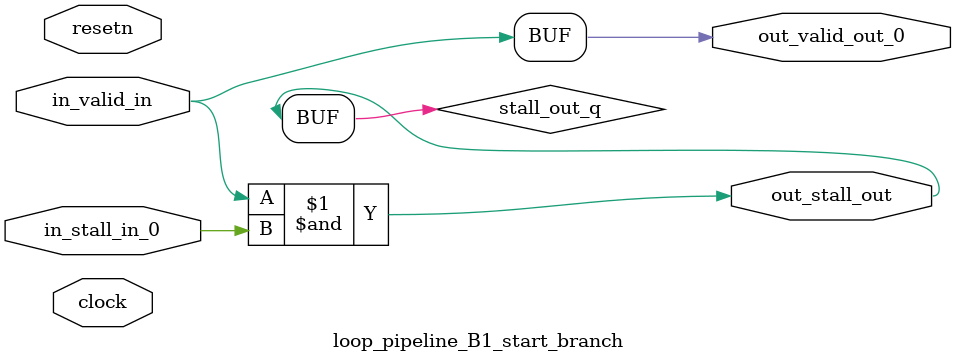
<source format=sv>



(* altera_attribute = "-name AUTO_SHIFT_REGISTER_RECOGNITION OFF; -name MESSAGE_DISABLE 10036; -name MESSAGE_DISABLE 10037; -name MESSAGE_DISABLE 14130; -name MESSAGE_DISABLE 14320; -name MESSAGE_DISABLE 15400; -name MESSAGE_DISABLE 14130; -name MESSAGE_DISABLE 10036; -name MESSAGE_DISABLE 12020; -name MESSAGE_DISABLE 12030; -name MESSAGE_DISABLE 12010; -name MESSAGE_DISABLE 12110; -name MESSAGE_DISABLE 14320; -name MESSAGE_DISABLE 13410; -name MESSAGE_DISABLE 113007; -name MESSAGE_DISABLE 10958" *)
module loop_pipeline_B1_start_branch (
    input wire [0:0] in_stall_in_0,
    input wire [0:0] in_valid_in,
    output wire [0:0] out_stall_out,
    output wire [0:0] out_valid_out_0,
    input wire clock,
    input wire resetn
    );

    wire [0:0] stall_out_q;


    // stall_out(LOGICAL,6)
    assign stall_out_q = in_valid_in & in_stall_in_0;

    // out_stall_out(GPOUT,4)
    assign out_stall_out = stall_out_q;

    // out_valid_out_0(GPOUT,5)
    assign out_valid_out_0 = in_valid_in;

endmodule

</source>
